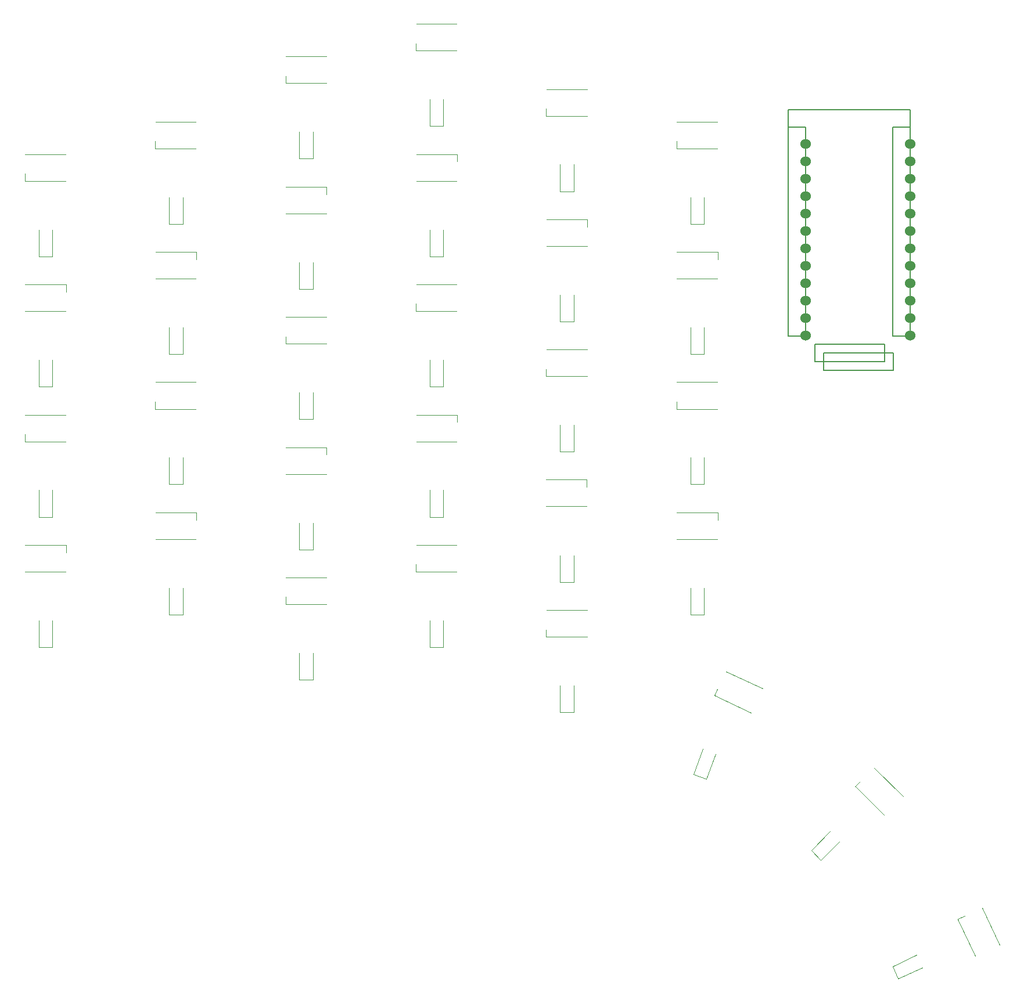
<source format=gbr>
%TF.GenerationSoftware,KiCad,Pcbnew,6.0.5*%
%TF.CreationDate,2022-07-09T20:03:33-05:00*%
%TF.ProjectId,ElevenFingers,456c6576-656e-4466-996e-676572732e6b,rev?*%
%TF.SameCoordinates,Original*%
%TF.FileFunction,Legend,Bot*%
%TF.FilePolarity,Positive*%
%FSLAX46Y46*%
G04 Gerber Fmt 4.6, Leading zero omitted, Abs format (unit mm)*
G04 Created by KiCad (PCBNEW 6.0.5) date 2022-07-09 20:03:33*
%MOMM*%
%LPD*%
G01*
G04 APERTURE LIST*
%ADD10C,0.120000*%
%ADD11C,0.150000*%
%ADD12C,1.524000*%
G04 APERTURE END LIST*
D10*
%TO.C,L20*%
X60011846Y-127996051D02*
X54111846Y-127996051D01*
X60061846Y-124096051D02*
X60061846Y-125171051D01*
X60011846Y-124096051D02*
X54111846Y-124096051D01*
%TO.C,L2*%
X54061846Y-70996051D02*
X54061846Y-69921051D01*
X54111846Y-67096051D02*
X60011846Y-67096051D01*
X54111846Y-70996051D02*
X60011846Y-70996051D01*
%TO.C,D2*%
X56081846Y-81996051D02*
X56081846Y-78096051D01*
X58081846Y-81996051D02*
X58081846Y-78096051D01*
X56081846Y-81996051D02*
X58081846Y-81996051D01*
%TO.C,L19*%
X41011846Y-128846051D02*
X35111846Y-128846051D01*
X41061846Y-128846051D02*
X41061846Y-129921051D01*
X41011846Y-132746051D02*
X35111846Y-132746051D01*
%TO.C,D13*%
X37081846Y-124746051D02*
X39081846Y-124746051D01*
X37081846Y-124746051D02*
X37081846Y-120846051D01*
X39081846Y-124746051D02*
X39081846Y-120846051D01*
%TO.C,D26*%
X96081846Y-143746051D02*
X96081846Y-139846051D01*
X94081846Y-143746051D02*
X96081846Y-143746051D01*
X94081846Y-143746051D02*
X94081846Y-139846051D01*
%TO.C,D21*%
X75081846Y-129496051D02*
X77081846Y-129496051D01*
X77081846Y-129496051D02*
X77081846Y-125596051D01*
X75081846Y-129496051D02*
X75081846Y-125596051D01*
%TO.C,D25*%
X75081846Y-148496051D02*
X75081846Y-144596051D01*
X75081846Y-148496051D02*
X77081846Y-148496051D01*
X77081846Y-148496051D02*
X77081846Y-144596051D01*
%TO.C,L10*%
X98061846Y-71846051D02*
X98061846Y-72921051D01*
X98011846Y-71846051D02*
X92111846Y-71846051D01*
X98011846Y-75746051D02*
X92111846Y-75746051D01*
%TO.C,L27*%
X111111846Y-138346051D02*
X117011846Y-138346051D01*
X111111846Y-142246051D02*
X117011846Y-142246051D01*
X111061846Y-142246051D02*
X111061846Y-141171051D01*
%TO.C,L5*%
X111111846Y-66246051D02*
X117011846Y-66246051D01*
X111061846Y-66246051D02*
X111061846Y-65171051D01*
X111111846Y-62346051D02*
X117011846Y-62346051D01*
%TO.C,L16*%
X92111846Y-90846051D02*
X98011846Y-90846051D01*
X92111846Y-94746051D02*
X98011846Y-94746051D01*
X92061846Y-94746051D02*
X92061846Y-93671051D01*
%TO.C,L30*%
X171076691Y-183401233D02*
X172050972Y-182946919D01*
X171097822Y-183446549D02*
X173591270Y-188793765D01*
X174632422Y-181798337D02*
X177125870Y-187145553D01*
D11*
%TO.C,U1*%
X161579410Y-98362128D02*
X161579410Y-67882128D01*
X146339410Y-67882128D02*
X148879410Y-67882128D01*
X146339410Y-65342128D02*
X164119410Y-65342128D01*
X146339410Y-98362128D02*
X146339410Y-65342128D01*
X148879410Y-67882128D02*
X148879410Y-98362128D01*
X148879410Y-98362128D02*
X146339410Y-98362128D01*
X164119410Y-65342128D02*
X164119410Y-98362128D01*
X146339410Y-98362128D02*
X146339410Y-67882128D01*
X161579410Y-67882128D02*
X164119410Y-67882128D01*
X164119410Y-98362128D02*
X161579410Y-98362128D01*
X164119410Y-67882128D02*
X164119410Y-98362128D01*
D10*
%TO.C,L12*%
X136011846Y-89996051D02*
X130111846Y-89996051D01*
X136011846Y-86096051D02*
X130111846Y-86096051D01*
X136061846Y-86096051D02*
X136061846Y-87171051D01*
%TO.C,L15*%
X73111846Y-95596051D02*
X79011846Y-95596051D01*
X73111846Y-99496051D02*
X79011846Y-99496051D01*
X73061846Y-99496051D02*
X73061846Y-98421051D01*
%TO.C,L13*%
X35111846Y-109846051D02*
X41011846Y-109846051D01*
X35061846Y-113746051D02*
X35061846Y-112671051D01*
X35111846Y-113746051D02*
X41011846Y-113746051D01*
%TO.C,D12*%
X134081846Y-100996051D02*
X134081846Y-97096051D01*
X132081846Y-100996051D02*
X134081846Y-100996051D01*
X132081846Y-100996051D02*
X132081846Y-97096051D01*
%TO.C,L18*%
X130111846Y-105096051D02*
X136011846Y-105096051D01*
X130061846Y-108996051D02*
X130061846Y-107921051D01*
X130111846Y-108996051D02*
X136011846Y-108996051D01*
%TO.C,L21*%
X79061846Y-114596051D02*
X79061846Y-115671051D01*
X79011846Y-118496051D02*
X73111846Y-118496051D01*
X79011846Y-114596051D02*
X73111846Y-114596051D01*
%TO.C,D27*%
X115081846Y-153246051D02*
X115081846Y-149346051D01*
X113081846Y-153246051D02*
X115081846Y-153246051D01*
X113081846Y-153246051D02*
X113081846Y-149346051D01*
%TO.C,D17*%
X115081846Y-115246051D02*
X115081846Y-111346051D01*
X113081846Y-115246051D02*
X115081846Y-115246051D01*
X113081846Y-115246051D02*
X113081846Y-111346051D01*
%TO.C,L26*%
X92061846Y-132746051D02*
X92061846Y-131671051D01*
X92111846Y-128846051D02*
X98011846Y-128846051D01*
X92111846Y-132746051D02*
X98011846Y-132746051D01*
%TO.C,D5*%
X113081846Y-77246051D02*
X113081846Y-73346051D01*
X115081846Y-77246051D02*
X115081846Y-73346051D01*
X113081846Y-77246051D02*
X115081846Y-77246051D01*
%TO.C,L24*%
X136011846Y-124096051D02*
X130111846Y-124096051D01*
X136061846Y-124096051D02*
X136061846Y-125171051D01*
X136011846Y-127996051D02*
X130111846Y-127996051D01*
%TO.C,D22*%
X94081846Y-124746051D02*
X94081846Y-120846051D01*
X94081846Y-124746051D02*
X96081846Y-124746051D01*
X96081846Y-124746051D02*
X96081846Y-120846051D01*
%TO.C,L14*%
X54111846Y-108996051D02*
X60011846Y-108996051D01*
X54061846Y-108996051D02*
X54061846Y-107921051D01*
X54111846Y-105096051D02*
X60011846Y-105096051D01*
%TO.C,D24*%
X132081846Y-138996051D02*
X132081846Y-135096051D01*
X132081846Y-138996051D02*
X134081846Y-138996051D01*
X134081846Y-138996051D02*
X134081846Y-135096051D01*
%TO.C,L23*%
X116950000Y-119300000D02*
X111050000Y-119300000D01*
X117000000Y-119300000D02*
X117000000Y-120375000D01*
X116950000Y-123200000D02*
X111050000Y-123200000D01*
%TO.C,L29*%
X156111667Y-164053589D02*
X156871807Y-163293449D01*
X156147023Y-164088944D02*
X160318953Y-168260874D01*
X158904739Y-161331228D02*
X163076669Y-165503158D01*
%TO.C,L6*%
X130111846Y-70996051D02*
X136011846Y-70996051D01*
X130111846Y-67096051D02*
X136011846Y-67096051D01*
X130061846Y-70996051D02*
X130061846Y-69921051D01*
%TO.C,D18*%
X132081846Y-119996051D02*
X134081846Y-119996051D01*
X134081846Y-119996051D02*
X134081846Y-116096051D01*
X132081846Y-119996051D02*
X132081846Y-116096051D01*
%TO.C,D20*%
X58081846Y-138996051D02*
X58081846Y-135096051D01*
X56081846Y-138996051D02*
X56081846Y-135096051D01*
X56081846Y-138996051D02*
X58081846Y-138996051D01*
%TO.C,L7*%
X41011846Y-90846051D02*
X35111846Y-90846051D01*
X41061846Y-90846051D02*
X41061846Y-91921051D01*
X41011846Y-94746051D02*
X35111846Y-94746051D01*
%TO.C,D6*%
X132081846Y-81996051D02*
X134081846Y-81996051D01*
X134081846Y-81996051D02*
X134081846Y-78096051D01*
X132081846Y-81996051D02*
X132081846Y-78096051D01*
%TO.C,D16*%
X94081846Y-105746051D02*
X96081846Y-105746051D01*
X96081846Y-105746051D02*
X96081846Y-101846051D01*
X94081846Y-105746051D02*
X94081846Y-101846051D01*
%TO.C,D4*%
X96081846Y-67746051D02*
X96081846Y-63846051D01*
X94081846Y-67746051D02*
X96081846Y-67746051D01*
X94081846Y-67746051D02*
X94081846Y-63846051D01*
%TO.C,D1*%
X39081846Y-86746051D02*
X39081846Y-82846051D01*
X37081846Y-86746051D02*
X39081846Y-86746051D01*
X37081846Y-86746051D02*
X37081846Y-82846051D01*
%TO.C,L9*%
X79011846Y-76596051D02*
X73111846Y-76596051D01*
X79011846Y-80496051D02*
X73111846Y-80496051D01*
X79061846Y-76596051D02*
X79061846Y-77671051D01*
%TO.C,D30*%
X161538189Y-190294583D02*
X165072790Y-188646372D01*
X161538189Y-190294583D02*
X162383426Y-192107199D01*
X162383426Y-192107199D02*
X165918026Y-190458988D01*
%TO.C,L17*%
X111111846Y-100346051D02*
X117011846Y-100346051D01*
X111111846Y-104246051D02*
X117011846Y-104246051D01*
X111061846Y-104246051D02*
X111061846Y-103171051D01*
%TO.C,D10*%
X94081846Y-86746051D02*
X94081846Y-82846051D01*
X94081846Y-86746051D02*
X96081846Y-86746051D01*
X96081846Y-86746051D02*
X96081846Y-82846051D01*
%TO.C,D3*%
X77081846Y-72496051D02*
X77081846Y-68596051D01*
X75081846Y-72496051D02*
X75081846Y-68596051D01*
X75081846Y-72496051D02*
X77081846Y-72496051D01*
%TO.C,L25*%
X73111846Y-137496051D02*
X79011846Y-137496051D01*
X73111846Y-133596051D02*
X79011846Y-133596051D01*
X73061846Y-137496051D02*
X73061846Y-136421051D01*
%TO.C,D23*%
X113081846Y-134246051D02*
X113081846Y-130346051D01*
X115081846Y-134246051D02*
X115081846Y-130346051D01*
X113081846Y-134246051D02*
X115081846Y-134246051D01*
%TO.C,D14*%
X56081846Y-119996051D02*
X56081846Y-116096051D01*
X56081846Y-119996051D02*
X58081846Y-119996051D01*
X58081846Y-119996051D02*
X58081846Y-116096051D01*
%TO.C,D7*%
X37081846Y-105746051D02*
X37081846Y-101846051D01*
X39081846Y-105746051D02*
X39081846Y-101846051D01*
X37081846Y-105746051D02*
X39081846Y-105746051D01*
%TO.C,L8*%
X60011846Y-86096051D02*
X54111846Y-86096051D01*
X60061846Y-86096051D02*
X60061846Y-87171051D01*
X60011846Y-89996051D02*
X54111846Y-89996051D01*
%TO.C,D9*%
X77081846Y-91496051D02*
X77081846Y-87596051D01*
X75081846Y-91496051D02*
X77081846Y-91496051D01*
X75081846Y-91496051D02*
X75081846Y-87596051D01*
%TO.C,D19*%
X39081846Y-143746051D02*
X39081846Y-139846051D01*
X37081846Y-143746051D02*
X39081846Y-143746051D01*
X37081846Y-143746051D02*
X37081846Y-139846051D01*
%TO.C,L22*%
X98061846Y-109846051D02*
X98061846Y-110921051D01*
X98011846Y-109846051D02*
X92111846Y-109846051D01*
X98011846Y-113746051D02*
X92111846Y-113746051D01*
%TO.C,L1*%
X35061846Y-75746051D02*
X35061846Y-74671051D01*
X35111846Y-75746051D02*
X41011846Y-75746051D01*
X35111846Y-71846051D02*
X41011846Y-71846051D01*
%TO.C,D29*%
X149701903Y-173383883D02*
X151116117Y-174798097D01*
X149701903Y-173383883D02*
X152459619Y-170626167D01*
X151116117Y-174798097D02*
X153873833Y-172040381D01*
%TO.C,L28*%
X135568817Y-150795496D02*
X136023132Y-149821216D01*
X137262344Y-147282027D02*
X142609560Y-149775475D01*
X135614132Y-150816627D02*
X140961348Y-153310075D01*
%TO.C,L11*%
X117011846Y-81346051D02*
X111111846Y-81346051D01*
X117011846Y-85246051D02*
X111111846Y-85246051D01*
X117061846Y-81346051D02*
X117061846Y-82421051D01*
%TO.C,D11*%
X115081846Y-96246051D02*
X115081846Y-92346051D01*
X113081846Y-96246051D02*
X113081846Y-92346051D01*
X113081846Y-96246051D02*
X115081846Y-96246051D01*
%TO.C,D15*%
X77081846Y-110496051D02*
X77081846Y-106596051D01*
X75081846Y-110496051D02*
X77081846Y-110496051D01*
X75081846Y-110496051D02*
X75081846Y-106596051D01*
%TO.C,L3*%
X73111846Y-57596051D02*
X79011846Y-57596051D01*
X73111846Y-61496051D02*
X79011846Y-61496051D01*
X73061846Y-61496051D02*
X73061846Y-60421051D01*
%TO.C,D28*%
X134420147Y-162956329D02*
X135754026Y-159291527D01*
X132540762Y-162272288D02*
X133874641Y-158607487D01*
X132540762Y-162272288D02*
X134420147Y-162956329D01*
%TO.C,D8*%
X58081846Y-100996051D02*
X58081846Y-97096051D01*
X56081846Y-100996051D02*
X58081846Y-100996051D01*
X56081846Y-100996051D02*
X56081846Y-97096051D01*
D11*
%TO.C,J1*%
X160358511Y-99568511D02*
X160358511Y-102108511D01*
X161628511Y-103378511D02*
X161628511Y-100838511D01*
X150198511Y-99568511D02*
X160358511Y-99568511D01*
X151468511Y-100838511D02*
X151468511Y-103378511D01*
X160358511Y-102108511D02*
X150198511Y-102108511D01*
X161628511Y-100838511D02*
X151468511Y-100838511D01*
X151468511Y-103378511D02*
X161628511Y-103378511D01*
X150198511Y-102108511D02*
X150198511Y-99568511D01*
D10*
%TO.C,L4*%
X92061846Y-56746051D02*
X92061846Y-55671051D01*
X92111846Y-56746051D02*
X98011846Y-56746051D01*
X92111846Y-52846051D02*
X98011846Y-52846051D01*
%TD*%
D12*
%TO.C,U1*%
X164148225Y-70347873D03*
X164148225Y-72887873D03*
X164148225Y-75427873D03*
X164148225Y-77967873D03*
X164148225Y-80507873D03*
X164148225Y-83047873D03*
X164148225Y-85587873D03*
X164148225Y-88127873D03*
X164148225Y-90667873D03*
X164148225Y-93207873D03*
X164148225Y-95747873D03*
X164148225Y-98287873D03*
X148908225Y-98287873D03*
X148908225Y-95747873D03*
X148908225Y-93207873D03*
X148908225Y-90667873D03*
X148908225Y-88127873D03*
X148908225Y-85587873D03*
X148908225Y-83047873D03*
X148908225Y-80507873D03*
X148908225Y-77967873D03*
X148908225Y-75427873D03*
X148908225Y-72887873D03*
X148908225Y-70347873D03*
%TD*%
M02*

</source>
